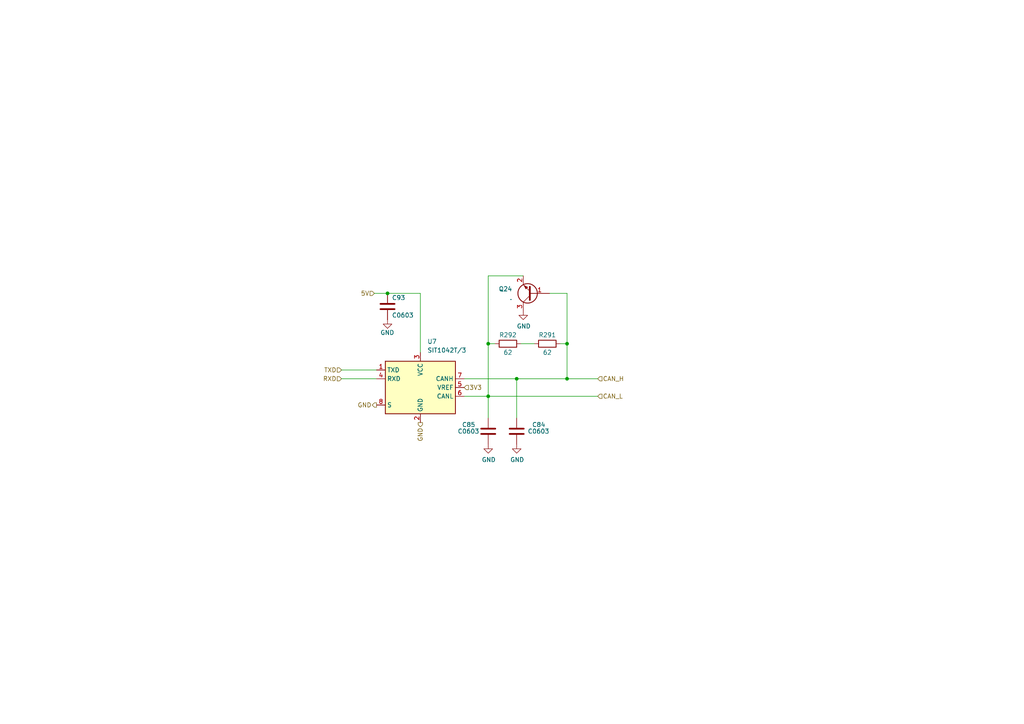
<source format=kicad_sch>
(kicad_sch (version 20211123) (generator eeschema)
  (paper "A4")
  (lib_symbols
    (symbol "Device:C" (pin_numbers hide) (pin_names (offset 0.254))
      (property "Reference" "C" (at 0.635 2.54 0))
      (property "Value" "C" (at 0.635 -2.54 0))
      (symbol "C_0_1"
        (polyline (pts (xy -2.032 -0.762) (xy 2.032 -0.762)) (stroke (width 0.508)))
        (polyline (pts (xy -2.032 0.762) (xy 2.032 0.762)) (stroke (width 0.508)))
      )
      (symbol "C_1_1"
        (pin passive line (at 0 3.81 270) (length 2.794) (name "~") (number "1"))
        (pin passive line (at 0 -3.81 90) (length 2.794) (name "~") (number "2"))
      )
    )
    (symbol "Device:R" (pin_numbers hide) (pin_names (offset 0))
      (property "Reference" "R" (at 2.032 0 90))
      (property "Value" "R" (at 0 0 90))
      (symbol "R_0_1"
        (rectangle (start -1.016 -2.54) (end 1.016 2.54) (stroke (width 0.254)))
      )
      (symbol "R_1_1"
        (pin passive line (at 0 3.81 270) (length 1.27) (name "~") (number "1"))
        (pin passive line (at 0 -3.81 90) (length 1.27) (name "~") (number "2"))
      )
    )
    (symbol "Interface_CAN_LIN:SN65HVD1050D"
      (property "Reference" "U" (at -8.89 8.89 0))
      (property "Value" "SN65HVD1050D" (at 1.27 8.89 0))
      (symbol "SN65HVD1050D_0_1"
        (rectangle (start -10.16 7.62) (end 10.16 -7.62) (stroke (width 0.254)) (fill (type background)))
      )
      (symbol "SN65HVD1050D_1_1"
        (pin input line (at -12.7 5.08 0) (length 2.54) (name "TXD") (number "1"))
        (pin power_in line (at 0 -10.16 90) (length 2.54) (name "GND") (number "2"))
        (pin power_in line (at 0 10.16 270) (length 2.54) (name "VCC") (number "3"))
        (pin output line (at -12.7 2.54 0) (length 2.54) (name "RXD") (number "4"))
        (pin passive line (at 12.7 0 180) (length 2.54) (name "VREF") (number "5"))
        (pin bidirectional line (at 12.7 -2.54 180) (length 2.54) (name "CANL") (number "6"))
        (pin bidirectional line (at 12.7 2.54 180) (length 2.54) (name "CANH") (number "7"))
        (pin input line (at -12.7 -5.08 0) (length 2.54) (name "S") (number "8"))
      )
    )
    (symbol "Transistor_BJT:BC847" (pin_names (offset 0) hide)
      (property "Reference" "Q" (at 5.08 1.905 0))
      (property "Value" "BC847" (at 5.08 0 0))
      (symbol "BC847_0_1"
        (polyline (pts (xy 0.635 0.635) (xy 2.54 2.54)))
        (polyline (pts (xy 0.635 -0.635) (xy 2.54 -2.54) (xy 2.54 -2.54)))
        (polyline (pts (xy 0.635 1.905) (xy 0.635 -1.905) (xy 0.635 -1.905)) (stroke (width 0.508)))
        (polyline (pts (xy 1.27 -1.778) (xy 1.778 -1.27) (xy 2.286 -2.286) (xy 1.27 -1.778) (xy 1.27 -1.778)) (fill (type outline)))
        (circle (center 1.27 0) (radius 2.8194) (stroke (width 0.254)))
      )
      (symbol "BC847_1_1"
        (pin input line (at -5.08 0 0) (length 5.715) (name "B") (number "1"))
        (pin passive line (at 2.54 -5.08 90) (length 2.54) (name "E") (number "2"))
        (pin passive line (at 2.54 5.08 270) (length 2.54) (name "C") (number "3"))
      )
    )
    (symbol "power:GND" (power) (pin_names (offset 0))
      (property "Value" "GND" (at 0 -3.81 0))
      (symbol "GND_0_1"
        (polyline (pts (xy 0 0) (xy 0 -1.27) (xy 1.27 -1.27) (xy 0 -2.54) (xy -1.27 -1.27) (xy 0 -1.27)))
      )
      (symbol "GND_1_1"
        (pin power_in line (at 0 0 270) (length 0) hide (name "GND") (number "1"))
      )
    )
  )
  (junction (at 149.86 109.855))
  (junction (at 164.465 99.695))
  (junction (at 141.605 114.935))
  (junction (at 164.465 109.855))
  (junction (at 112.395 85.09))
  (junction (at 141.605 99.695))
  (wire (pts (xy 112.395 85.09) (xy 121.92 85.09)))
  (wire (pts (xy 151.765 80.01) (xy 141.605 80.01)))
  (wire (pts (xy 149.86 109.855) (xy 134.62 109.855)))
  (wire (pts (xy 141.605 114.935) (xy 141.605 121.285)))
  (wire (pts (xy 159.385 85.09) (xy 164.465 85.09)))
  (wire (pts (xy 108.585 85.09) (xy 112.395 85.09)))
  (wire (pts (xy 162.56 99.695) (xy 164.465 99.695)))
  (wire (pts (xy 99.06 109.855) (xy 109.22 109.855)))
  (wire (pts (xy 173.355 109.855) (xy 164.465 109.855)))
  (wire (pts (xy 141.605 99.695) (xy 141.605 114.935)))
  (wire (pts (xy 164.465 85.09) (xy 164.465 99.695)))
  (wire (pts (xy 121.92 85.09) (xy 121.92 102.235)))
  (wire (pts (xy 141.605 114.935) (xy 173.355 114.935)))
  (wire (pts (xy 164.465 109.855) (xy 149.86 109.855)))
  (wire (pts (xy 141.605 114.935) (xy 134.62 114.935)))
  (wire (pts (xy 143.51 99.695) (xy 141.605 99.695)))
  (wire (pts (xy 149.86 109.855) (xy 149.86 121.285)))
  (wire (pts (xy 154.94 99.695) (xy 151.13 99.695)))
  (wire (pts (xy 141.605 80.01) (xy 141.605 99.695)))
  (wire (pts (xy 164.465 99.695) (xy 164.465 109.855)))
  (wire (pts (xy 99.06 107.315) (xy 109.22 107.315)))
  (hierarchical_label "3V3" (shape input) (at 134.62 112.395 0))
  (hierarchical_label "CAN_H" (shape input) (at 173.355 109.855 0))
  (hierarchical_label "GND" (shape output) (at 109.22 117.475 180))
  (hierarchical_label "CAN_L" (shape input) (at 173.355 114.935 0))
  (hierarchical_label "5V" (shape input) (at 108.585 85.09 180))
  (hierarchical_label "RXD" (shape input) (at 99.06 109.855 180))
  (hierarchical_label "TXD" (shape input) (at 99.06 107.315 180))
  (hierarchical_label "GND" (shape output) (at 121.92 122.555 270))
  (symbol (lib_id "Device:C") (at 141.605 125.095 0) (unit 1)
    (property "Reference" "C85" (at 133.985 123.19 0) (effects (justify left)))
    (property "Value" "C0603" (at 132.715 125.095 0) (effects (justify left)))
    (property "Footprint" "Capacitor_SMD:C_0603_1608Metric" (effects hide))
    (property "PageName" "stm32f407_board" (effects hide))
    (property "Part #" "C0603" (effects hide))
  )
  (symbol (lib_id "Device:C") (at 112.395 88.9 0) (unit 1)
    (property "Reference" "C93" (at 113.665 86.36 0) (effects (justify left)))
    (property "Value" "C0603" (at 113.665 91.44 0) (effects (justify left)))
    (property "Footprint" "Capacitor_SMD:C_0603_1608Metric" (effects hide))
    (property "PageName" "stm32f407_board" (effects hide))
    (property "Part #" "C0603" (effects hide))
  )
  (symbol (lib_id "power:GND") (at 149.86 128.905 0) (unit 1)
    (property "Reference" "#PWR0365" (effects hide))
    (property "Value" "GND" (at 147.955 133.35 0) (effects (justify left)))
  )
  (symbol (lib_id "Device:R") (at 158.75 99.695 270) (mirror x) (unit 1)
    (property "Reference" "R291" (at 158.75 97.155 90))
    (property "Value" "62" (at 158.75 102.235 90))
    (property "Footprint" "Resistor_SMD:R_0603_1608Metric" (effects hide))
  )
  (symbol (lib_id "Device:C") (at 149.86 125.095 0) (unit 1)
    (property "Reference" "C84" (at 154.305 123.19 0) (effects (justify left)))
    (property "Value" "C0603" (at 153.035 125.095 0) (effects (justify left)))
    (property "Footprint" "Capacitor_SMD:C_0603_1608Metric" (effects hide))
    (property "PageName" "stm32f407_board" (effects hide))
    (property "Part #" "C0603" (effects hide))
  )
  (symbol (lib_id "Transistor_BJT:BC847") (at 154.305 85.09 180) (unit 1)
    (property "Reference" "Q24" (at 148.59 83.8199 0) (effects (justify left)))
    (property "Value" "." (at 148.59 86.3599 0) (effects (justify left)))
    (property "Footprint" "Package_TO_SOT_SMD:SOT-23" (effects hide))
    (property "Datasheet" "http://www.infineon.com/dgdl/Infineon-BC847SERIES_BC848SERIES_BC849SERIES_BC850SERIES-DS-v01_01-en.pdf?fileId=db3a304314dca389011541d4630a1657" (effects hide))
  )
  (symbol (lib_id "Device:R") (at 147.32 99.695 270) (mirror x) (unit 1)
    (property "Reference" "R292" (at 147.32 97.155 90))
    (property "Value" "62" (at 147.32 102.235 90))
    (property "Footprint" "Resistor_SMD:R_0603_1608Metric" (effects hide))
  )
  (symbol (lib_id "power:GND") (at 141.605 128.905 0) (unit 1)
    (property "Reference" "#PWR0366" (effects hide))
    (property "Value" "GND" (at 139.7 133.35 0) (effects (justify left)))
  )
  (symbol (lib_id "power:GND") (at 151.765 90.17 0) (unit 1)
    (property "Reference" "#PWR0383" (effects hide))
    (property "Value" "GND" (at 149.86 94.615 0) (effects (justify left)))
  )
  (symbol (lib_id "Interface_CAN_LIN:SN65HVD1050D") (at 121.92 112.395 0) (unit 1)
    (property "Reference" "U7" (at 123.9394 99.06 0) (effects (justify left)))
    (property "Value" "SIT1042T/3" (at 123.9394 101.6 0) (effects (justify left)))
    (property "Footprint" "Package_SO:SOIC-8_3.9x4.9mm_P1.27mm" (effects hide))
  )
  (symbol (lib_id "power:GND") (at 112.395 92.71 0) (mirror y) (unit 1)
    (property "Reference" "#PWR018" (effects hide))
    (property "Value" "GND" (at 114.388 96.4741 0) (effects (justify left)))
  )
)
</source>
